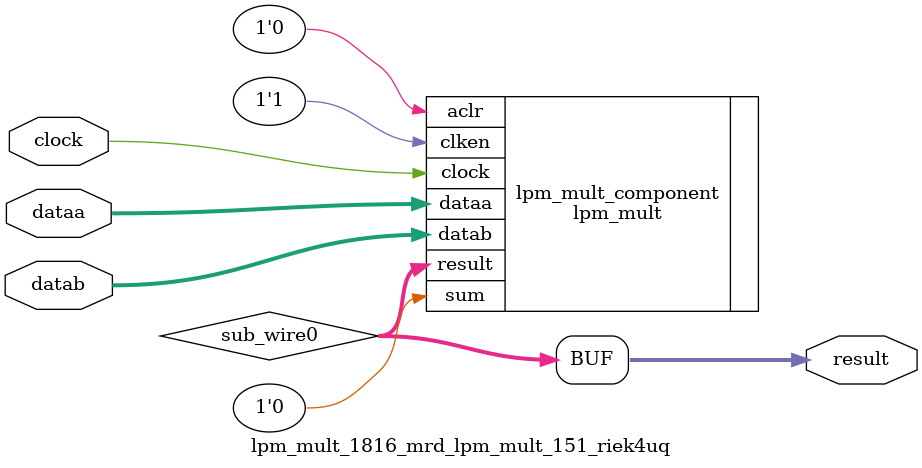
<source format=v>


`timescale 1 ps / 1 ps
// synopsys translate_on
module  lpm_mult_1816_mrd_lpm_mult_151_riek4uq  (
            clock,
            dataa,
            datab,
            result);

            input  clock;
            input [17:0] dataa;
            input [15:0] datab;
            output [33:0] result;

            wire [33:0] sub_wire0;
            wire [33:0] result = sub_wire0[33:0];    

            lpm_mult        lpm_mult_component (
                                        .clock (clock),
                                        .dataa (dataa),
                                        .datab (datab),
                                        .result (sub_wire0),
                                        .aclr (1'b0),
                                        .clken (1'b1),
                                        .sum (1'b0));
            defparam
                    lpm_mult_component.lpm_hint = "DEDICATED_MULTIPLIER_CIRCUITRY=YES,MAXIMIZE_SPEED=9",
                    lpm_mult_component.lpm_pipeline = 1,
                    lpm_mult_component.lpm_representation = "SIGNED",
                    lpm_mult_component.lpm_type = "LPM_MULT",
                    lpm_mult_component.lpm_widtha = 18,
                    lpm_mult_component.lpm_widthb = 16,
                    lpm_mult_component.lpm_widthp = 34;


endmodule



</source>
